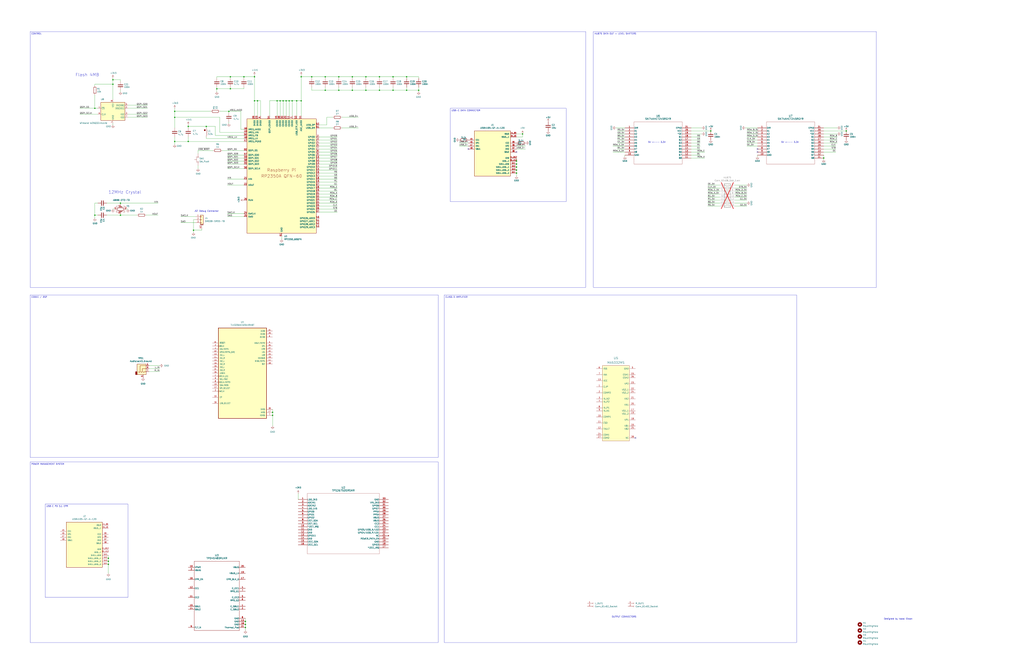
<source format=kicad_sch>
(kicad_sch (version 20250114) (generator "eeschema") (generator_version "9.0")
  (paper "D")
  (circle (center 172.72 109.855) (radius 0.635) (stroke (width 0) (color 132 0 0 1)) (fill (type color) (color 132 0 0 1)))
  (text "JST Debug Connector" (at 163.83 179.07 0) (effects (font (size 1.27 1.27)) (justify left bottom)))
  (text "12MHz Crystal" (at 91.44 163.83 0) (effects (font (size 2.54 2.54)) (justify left bottom)))
  (text "Flash 4MB" (at 63.5 64.77 0) (effects (font (size 2.54 2.54)) (justify left bottom)))
  (text "OUTPUT CONNECTORS" (at 526.288 520.7 0) (effects (font (size 1.27 1.27))))
  (text "5V <--- 3.3V" (at 553.974 120.142 0) (effects (font (size 1.27 1.27))))
  (text "5V <--- 3.3V" (at 666.242 120.142 0) (effects (font (size 1.27 1.27))))
  (text "Designed by Isaac Olson" (at 745.49 522.478 0) (effects (font (size 1.27 1.27)) (justify left)))
  (text "-" (at 610.108 165.354 90) (effects (font (size 1.27 1.27))))
  (text_box "CLASS D AMPLIFIER" (at 374.65 248.92 0) (size 297.18 293.37) (margins 0.9525 0.9525 0.9525 0.9525) (effects (font (size 1.27 1.27)) (justify left top)))
  (text_box "POWER MANAGEMENT SYSTEM" (at 25.4 389.89 0) (size 344.17 152.4) (margins 0.9525 0.9525 0.9525 0.9525) (effects (font (size 1.27 1.27)) (justify left top)))
  (text_box "CONTROL" (at 25.4 26.67 0) (size 468.63 215.9) (margins 0.9525 0.9525 0.9525 0.9525) (effects (font (size 1.27 1.27)) (justify left top)))
  (text_box "HUB75 DATA OUT + LEVEL SHIFTERS" (at 500.38 26.67 0) (size 238.76 215.9) (margins 0.9525 0.9525 0.9525 0.9525) (effects (font (size 1.27 1.27)) (justify left top)))
  (text_box "USB-C DATA CONNECTOR" (at 379.73 91.44 0) (size 97.79 78.74) (margins 0.9525 0.9525 0.9525 0.9525) (effects (font (size 1.27 1.27)) (justify left top)))
  (text_box "CODEC / DSP" (at 25.4 248.92 0) (size 344.17 137.16) (margins 0.9525 0.9525 0.9525 0.9525) (effects (font (size 1.27 1.27)) (justify left top)))
  (text_box "USB C PD 3.1 EPR" (at 38.1 425.45 0) (size 69.85 78.74) (margins 0.9525 0.9525 0.9525 0.9525) (effects (font (size 1.27 1.27)) (justify left top)))
  (junction (at 297.18 76.2))
  (junction (at 285.75 64.77))
  (junction (at 243.84 85.09))
  (junction (at 262.89 64.77))
  (junction (at 250.19 85.09))
  (junction (at 435.61 146.05))
  (junction (at 308.61 64.77))
  (junction (at 217.17 85.09))
  (junction (at 173.99 106.68))
  (junction (at 80.01 181.61))
  (junction (at 285.75 76.2))
  (junction (at 713.74 110.49))
  (junction (at 435.61 143.51))
  (junction (at 435.61 138.43))
  (junction (at 331.47 64.77))
  (junction (at 238.76 85.09))
  (junction (at 147.32 119.38))
  (junction (at 353.06 76.2))
  (junction (at 147.32 99.06))
  (junction (at 599.44 110.49))
  (junction (at 91.44 473.71))
  (junction (at 95.25 71.12))
  (junction (at 207.01 524.51))
  (junction (at 182.88 74.93))
  (junction (at 229.87 347.98))
  (junction (at 163.195 194.31))
  (junction (at 91.44 471.17))
  (junction (at 101.6 171.45))
  (junction (at 236.22 85.09))
  (junction (at 147.32 93.98))
  (junction (at 214.63 64.77))
  (junction (at 205.74 64.77))
  (junction (at 80.01 91.44))
  (junction (at 320.04 76.2))
  (junction (at 194.31 74.93))
  (junction (at 694.69 133.35))
  (junction (at 435.61 135.89))
  (junction (at 158.75 106.68))
  (junction (at 101.6 181.61))
  (junction (at 274.32 76.2))
  (junction (at 308.61 76.2))
  (junction (at 233.68 85.09))
  (junction (at 207.01 527.05))
  (junction (at 91.44 476.25))
  (junction (at 214.63 85.09))
  (junction (at 297.18 64.77))
  (junction (at 229.87 350.52))
  (junction (at 246.38 85.09))
  (junction (at 435.61 140.97))
  (junction (at 207.01 529.59))
  (junction (at 331.47 76.2))
  (junction (at 320.04 64.77))
  (junction (at 158.75 119.38))
  (junction (at 241.3 85.09))
  (junction (at 274.32 64.77))
  (junction (at 193.04 93.98))
  (junction (at 95.25 67.31))
  (junction (at 194.31 64.77))
  (junction (at 440.69 113.03))
  (junction (at 254 64.77))
  (junction (at 342.9 76.2))
  (junction (at 342.9 64.77))
  (junction (at 254 85.09))
  (no_connect (at 435.61 128.27))
  (no_connect (at 638.81 128.27))
  (no_connect (at 535.94 369.57))
  (no_connect (at 394.97 125.73))
  (no_connect (at 638.81 125.73))
  (wire (pts (xy 297.18 64.77) (xy 308.61 64.77)))
  (wire (pts (xy 203.2 93.98) (xy 203.2 109.22)))
  (wire (pts (xy 152.4 182.88) (xy 165.1 182.88)))
  (wire (pts (xy 435.61 123.19) (xy 443.23 123.19)))
  (wire (pts (xy 591.82 113.03) (xy 582.93 113.03)))
  (wire (pts (xy 205.74 142.24) (xy 191.77 142.24)))
  (wire (pts (xy 269.24 171.45) (xy 284.48 171.45)))
  (wire (pts (xy 107.95 96.52) (xy 124.46 96.52)))
  (wire (pts (xy 80.01 181.61) (xy 80.01 184.15)))
  (wire (pts (xy 229.87 345.44) (xy 229.87 347.98)))
  (wire (pts (xy 106.68 176.53) (xy 107.95 176.53)))
  (wire (pts (xy 214.63 64.77) (xy 214.63 85.09)))
  (wire (pts (xy 185.42 111.76) (xy 205.74 111.76)))
  (wire (pts (xy 147.32 93.98) (xy 147.32 99.06)))
  (wire (pts (xy 191.77 130.81) (xy 205.74 130.81)))
  (wire (pts (xy 582.93 118.11) (xy 590.55 118.11)))
  (wire (pts (xy 320.04 73.66) (xy 320.04 76.2)))
  (wire (pts (xy 152.4 187.96) (xy 165.1 187.96)))
  (wire (pts (xy 229.87 350.52) (xy 229.87 359.41)))
  (wire (pts (xy 91.44 468.63) (xy 91.44 471.17)))
  (wire (pts (xy 582.93 110.49) (xy 599.44 110.49)))
  (wire (pts (xy 519.43 107.95) (xy 527.05 107.95)))
  (wire (pts (xy 80.01 80.01) (xy 80.01 91.44)))
  (wire (pts (xy 629.92 110.49) (xy 638.81 110.49)))
  (wire (pts (xy 243.84 97.79) (xy 243.84 85.09)))
  (wire (pts (xy 440.69 113.03) (xy 440.69 115.57)))
  (wire (pts (xy 694.69 118.11) (xy 706.12 118.11)))
  (wire (pts (xy 207.01 521.97) (xy 207.01 524.51)))
  (wire (pts (xy 182.88 66.04) (xy 182.88 64.77)))
  (wire (pts (xy 269.24 130.81) (xy 284.48 130.81)))
  (wire (pts (xy 91.44 476.25) (xy 91.44 483.87)))
  (wire (pts (xy 101.6 180.34) (xy 101.6 181.61)))
  (wire (pts (xy 435.61 135.89) (xy 435.61 138.43)))
  (wire (pts (xy 182.88 73.66) (xy 182.88 74.93)))
  (wire (pts (xy 262.89 66.04) (xy 262.89 64.77)))
  (wire (pts (xy 233.68 97.79) (xy 233.68 85.09)))
  (wire (pts (xy 269.24 173.99) (xy 284.48 173.99)))
  (wire (pts (xy 628.65 107.95) (xy 638.81 107.95)))
  (wire (pts (xy 219.71 85.09) (xy 219.71 97.79)))
  (wire (pts (xy 435.61 133.35) (xy 435.61 135.89)))
  (wire (pts (xy 694.69 120.65) (xy 706.12 120.65)))
  (wire (pts (xy 101.6 68.58) (xy 101.6 67.31)))
  (wire (pts (xy 387.35 123.19) (xy 394.97 123.19)))
  (wire (pts (xy 331.47 64.77) (xy 342.9 64.77)))
  (wire (pts (xy 269.24 105.41) (xy 275.59 105.41)))
  (wire (pts (xy 638.81 132.08) (xy 638.81 130.81)))
  (wire (pts (xy 158.75 105.41) (xy 158.75 106.68)))
  (wire (pts (xy 80.01 72.39) (xy 80.01 71.12)))
  (wire (pts (xy 205.74 74.93) (xy 205.74 73.66)))
  (wire (pts (xy 237.49 199.39) (xy 237.49 201.93)))
  (wire (pts (xy 101.6 76.2) (xy 101.6 77.47)))
  (wire (pts (xy 134.62 308.61) (xy 125.73 308.61)))
  (wire (pts (xy 205.74 180.34) (xy 191.77 180.34)))
  (wire (pts (xy 619.76 163.83) (xy 629.92 163.83)))
  (wire (pts (xy 269.24 125.73) (xy 284.48 125.73)))
  (wire (pts (xy 308.61 76.2) (xy 297.18 76.2)))
  (wire (pts (xy 163.195 185.42) (xy 163.195 194.31)))
  (wire (pts (xy 90.17 181.61) (xy 101.6 181.61)))
  (wire (pts (xy 331.47 73.66) (xy 331.47 76.2)))
  (wire (pts (xy 288.29 107.95) (xy 302.26 107.95)))
  (wire (pts (xy 596.9 158.75) (xy 607.06 158.75)))
  (wire (pts (xy 596.9 173.99) (xy 607.06 173.99)))
  (wire (pts (xy 254 64.77) (xy 254 85.09)))
  (wire (pts (xy 694.69 123.19) (xy 704.85 123.19)))
  (wire (pts (xy 269.24 158.75) (xy 284.48 158.75)))
  (wire (pts (xy 596.9 171.45) (xy 607.06 171.45)))
  (wire (pts (xy 82.55 171.45) (xy 80.01 171.45)))
  (wire (pts (xy 320.04 76.2) (xy 308.61 76.2)))
  (wire (pts (xy 582.93 123.19) (xy 590.55 123.19)))
  (wire (pts (xy 147.32 91.44) (xy 147.32 93.98)))
  (wire (pts (xy 275.59 99.06) (xy 280.67 99.06)))
  (wire (pts (xy 275.59 99.06) (xy 275.59 105.41)))
  (wire (pts (xy 147.32 119.38) (xy 147.32 121.92)))
  (wire (pts (xy 246.38 85.09) (xy 246.38 97.79)))
  (wire (pts (xy 308.61 64.77) (xy 320.04 64.77)))
  (wire (pts (xy 205.74 156.21) (xy 191.77 156.21)))
  (wire (pts (xy 629.92 115.57) (xy 638.81 115.57)))
  (wire (pts (xy 353.06 66.04) (xy 353.06 64.77)))
  (wire (pts (xy 331.47 66.04) (xy 331.47 64.77)))
  (wire (pts (xy 207.01 527.05) (xy 207.01 529.59)))
  (wire (pts (xy 147.32 99.06) (xy 147.32 107.95)))
  (wire (pts (xy 80.01 71.12) (xy 95.25 71.12)))
  (wire (pts (xy 193.04 104.14) (xy 193.04 102.87)))
  (wire (pts (xy 269.24 146.05) (xy 284.48 146.05)))
  (wire (pts (xy 269.24 166.37) (xy 284.48 166.37)))
  (wire (pts (xy 435.61 138.43) (xy 435.61 140.97)))
  (wire (pts (xy 191.77 138.43) (xy 205.74 138.43)))
  (wire (pts (xy 269.24 176.53) (xy 284.48 176.53)))
  (wire (pts (xy 233.68 85.09) (xy 236.22 85.09)))
  (wire (pts (xy 619.76 171.45) (xy 629.92 171.45)))
  (wire (pts (xy 342.9 64.77) (xy 353.06 64.77)))
  (wire (pts (xy 582.93 133.35) (xy 594.36 133.35)))
  (wire (pts (xy 173.99 116.84) (xy 205.74 116.84)))
  (wire (pts (xy 269.24 135.89) (xy 284.48 135.89)))
  (wire (pts (xy 91.44 471.17) (xy 91.44 473.71)))
  (wire (pts (xy 342.9 73.66) (xy 342.9 76.2)))
  (wire (pts (xy 269.24 163.83) (xy 284.48 163.83)))
  (wire (pts (xy 101.6 172.72) (xy 101.6 171.45)))
  (wire (pts (xy 158.75 106.68) (xy 173.99 106.68)))
  (wire (pts (xy 694.69 128.27) (xy 704.85 128.27)))
  (wire (pts (xy 285.75 76.2) (xy 274.32 76.2)))
  (wire (pts (xy 262.89 73.66) (xy 262.89 76.2)))
  (wire (pts (xy 165.1 185.42) (xy 163.195 185.42)))
  (wire (pts (xy 435.61 140.97) (xy 435.61 143.51)))
  (wire (pts (xy 694.69 107.95) (xy 706.12 107.95)))
  (wire (pts (xy 205.74 64.77) (xy 214.63 64.77)))
  (wire (pts (xy 435.61 115.57) (xy 440.69 115.57)))
  (wire (pts (xy 435.61 146.05) (xy 435.61 148.59)))
  (wire (pts (xy 91.44 473.71) (xy 91.44 476.25)))
  (wire (pts (xy 274.32 64.77) (xy 285.75 64.77)))
  (wire (pts (xy 250.19 85.09) (xy 254 85.09)))
  (wire (pts (xy 125.73 311.15) (xy 134.62 311.15)))
  (wire (pts (xy 269.24 123.19) (xy 284.48 123.19)))
  (wire (pts (xy 217.17 97.79) (xy 217.17 85.09)))
  (wire (pts (xy 80.01 91.44) (xy 82.55 91.44)))
  (wire (pts (xy 101.6 181.61) (xy 115.57 181.61)))
  (wire (pts (xy 440.69 113.03) (xy 435.61 113.03)))
  (wire (pts (xy 123.19 181.61) (xy 133.35 181.61)))
  (wire (pts (xy 241.3 85.09) (xy 243.84 85.09)))
  (wire (pts (xy 582.93 130.81) (xy 590.55 130.81)))
  (wire (pts (xy 194.31 74.93) (xy 205.74 74.93)))
  (wire (pts (xy 269.24 138.43) (xy 284.48 138.43)))
  (wire (pts (xy 254 64.77) (xy 262.89 64.77)))
  (wire (pts (xy 269.24 115.57) (xy 284.48 115.57)))
  (wire (pts (xy 342.9 76.2) (xy 353.06 76.2)))
  (wire (pts (xy 163.195 194.31) (xy 170.18 194.31)))
  (wire (pts (xy 185.42 93.98) (xy 193.04 93.98)))
  (wire (pts (xy 516.89 123.19) (xy 527.05 123.19)))
  (wire (pts (xy 182.88 74.93) (xy 182.88 77.47)))
  (wire (pts (xy 170.18 193.04) (xy 170.18 194.31)))
  (wire (pts (xy 297.18 76.2) (xy 285.75 76.2)))
  (wire (pts (xy 90.17 171.45) (xy 101.6 171.45)))
  (wire (pts (xy 582.93 115.57) (xy 590.55 115.57)))
  (wire (pts (xy 297.18 66.04) (xy 297.18 64.77)))
  (wire (pts (xy 582.93 125.73) (xy 590.55 125.73)))
  (wire (pts (xy 596.9 166.37) (xy 607.06 166.37)))
  (wire (pts (xy 173.99 116.84) (xy 173.99 115.57)))
  (wire (pts (xy 194.31 66.04) (xy 194.31 64.77)))
  (wire (pts (xy 269.24 156.21) (xy 284.48 156.21)))
  (wire (pts (xy 163.195 194.31) (xy 163.195 196.215)))
  (wire (pts (xy 217.17 85.09) (xy 214.63 85.09)))
  (wire (pts (xy 181.61 106.68) (xy 173.99 106.68)))
  (wire (pts (xy 619.76 156.21) (xy 629.92 156.21)))
  (wire (pts (xy 194.31 73.66) (xy 194.31 74.93)))
  (wire (pts (xy 387.35 120.65) (xy 394.97 120.65)))
  (wire (pts (xy 629.92 120.65) (xy 638.81 120.65)))
  (wire (pts (xy 629.92 118.11) (xy 638.81 118.11)))
  (wire (pts (xy 269.24 107.95) (xy 280.67 107.95)))
  (wire (pts (xy 269.24 153.67) (xy 284.48 153.67)))
  (wire (pts (xy 254 63.5) (xy 254 64.77)))
  (wire (pts (xy 342.9 66.04) (xy 342.9 64.77)))
  (wire (pts (xy 238.76 85.09) (xy 241.3 85.09)))
  (wire (pts (xy 95.25 66.04) (xy 95.25 67.31)))
  (wire (pts (xy 80.01 171.45) (xy 80.01 181.61)))
  (wire (pts (xy 147.32 99.06) (xy 185.42 99.06)))
  (wire (pts (xy 288.29 99.06) (xy 302.26 99.06)))
  (wire (pts (xy 236.22 97.79) (xy 236.22 85.09)))
  (wire (pts (xy 694.69 125.73) (xy 704.85 125.73)))
  (wire (pts (xy 269.24 151.13) (xy 284.48 151.13)))
  (wire (pts (xy 246.38 85.09) (xy 250.19 85.09)))
  (wire (pts (xy 285.75 66.04) (xy 285.75 64.77)))
  (wire (pts (xy 269.24 118.11) (xy 284.48 118.11)))
  (wire (pts (xy 158.75 107.95) (xy 158.75 106.68)))
  (wire (pts (xy 274.32 66.04) (xy 274.32 64.77)))
  (wire (pts (xy 167.005 139.7) (xy 167.005 142.24)))
  (wire (pts (xy 520.7 110.49) (xy 527.05 110.49)))
  (wire (pts (xy 251.46 421.64) (xy 251.46 416.56)))
  (wire (pts (xy 694.69 134.62) (xy 694.69 133.35)))
  (wire (pts (xy 193.04 93.98) (xy 193.04 95.25)))
  (wire (pts (xy 285.75 64.77) (xy 297.18 64.77)))
  (wire (pts (xy 229.87 347.98) (xy 229.87 350.52)))
  (wire (pts (xy 629.92 123.19) (xy 638.81 123.19)))
  (wire (pts (xy 205.74 127) (xy 187.325 127)))
  (wire (pts (xy 331.47 76.2) (xy 342.9 76.2)))
  (wire (pts (xy 269.24 143.51) (xy 284.48 143.51)))
  (wire (pts (xy 269.24 128.27) (xy 284.48 128.27)))
  (wire (pts (xy 274.32 76.2) (xy 262.89 76.2)))
  (wire (pts (xy 185.42 99.06) (xy 185.42 111.76)))
  (wire (pts (xy 107.95 91.44) (xy 124.46 91.44)))
  (wire (pts (xy 308.61 66.04) (xy 308.61 64.77)))
  (wire (pts (xy 254 85.09) (xy 254 97.79)))
  (wire (pts (xy 269.24 179.07) (xy 284.48 179.07)))
  (wire (pts (xy 95.25 104.14) (xy 95.25 105.41)))
  (wire (pts (xy 582.93 128.27) (xy 594.36 128.27)))
  (wire (pts (xy 320.04 66.04) (xy 320.04 64.77)))
  (wire (pts (xy 147.32 115.57) (xy 147.32 119.38)))
  (wire (pts (xy 262.89 64.77) (xy 274.32 64.77)))
  (wire (pts (xy 158.75 119.38) (xy 205.74 119.38)))
  (wire (pts (xy 269.24 120.65) (xy 284.48 120.65)))
  (wire (pts (xy 214.63 63.5) (xy 214.63 64.77)))
  (wire (pts (xy 95.25 67.31) (xy 95.25 71.12)))
  (wire (pts (xy 238.76 97.79) (xy 238.76 85.09)))
  (wire (pts (xy 191.77 133.35) (xy 205.74 133.35)))
  (wire (pts (xy 101.6 67.31) (xy 95.25 67.31)))
  (wire (pts (xy 269.24 168.91) (xy 284.48 168.91)))
  (wire (pts (xy 101.6 171.45) (xy 133.35 171.45)))
  (wire (pts (xy 527.05 132.08) (xy 527.05 130.81)))
  (wire (pts (xy 205.74 66.04) (xy 205.74 64.77)))
  (wire (pts (xy 269.24 133.35) (xy 284.48 133.35)))
  (wire (pts (xy 591.82 107.95) (xy 582.93 107.95)))
  (wire (pts (xy 520.7 118.11) (xy 527.05 118.11)))
  (wire (pts (xy 596.9 168.91) (xy 607.06 168.91)))
  (wire (pts (xy 619.76 173.99) (xy 629.92 173.99)))
  (wire (pts (xy 308.61 73.66) (xy 308.61 76.2)))
  (wire (pts (xy 125.73 313.69) (xy 134.62 313.69)))
  (wire (pts (xy 353.06 73.66) (xy 353.06 76.2)))
  (wire (pts (xy 694.69 113.03) (xy 706.12 113.03)))
  (wire (pts (xy 67.31 96.52) (xy 82.55 96.52)))
  (wire (pts (xy 193.04 93.98) (xy 203.2 93.98)))
  (wire (pts (xy 320.04 76.2) (xy 331.47 76.2)))
  (wire (pts (xy 520.7 113.03) (xy 527.05 113.03)))
  (wire (pts (xy 205.74 114.3) (xy 181.61 114.3)))
  (wire (pts (xy 82.55 181.61) (xy 80.01 181.61)))
  (wire (pts (xy 250.19 97.79) (xy 250.19 85.09)))
  (wire (pts (xy 241.3 97.79) (xy 241.3 85.09)))
  (wire (pts (xy 214.63 85.09) (xy 214.63 97.79)))
  (wire (pts (xy 167.005 127) (xy 167.005 129.54)))
  (wire (pts (xy 203.2 109.22) (xy 205.74 109.22)))
  (wire (pts (xy 596.9 156.21) (xy 607.06 156.21)))
  (wire (pts (xy 147.32 119.38) (xy 158.75 119.38)))
  (wire (pts (xy 179.705 127) (xy 167.005 127)))
  (wire (pts (xy 207.01 529.59) (xy 207.01 532.13)))
  (wire (pts (xy 227.33 97.79) (xy 227.33 85.09)))
  (wire (pts (xy 619.76 166.37) (xy 629.92 166.37)))
  (wire (pts (xy 443.23 125.73) (xy 435.61 125.73)))
  (wire (pts (xy 435.61 143.51) (xy 435.61 146.05)))
  (wire (pts (xy 243.84 85.09) (xy 246.38 85.09)))
  (wire (pts (xy 182.88 64.77) (xy 194.31 64.77)))
  (wire (pts (xy 596.9 161.29) (xy 607.06 161.29)))
  (wire (pts (xy 520.7 115.57) (xy 527.05 115.57)))
  (wire (pts (xy 596.9 163.83) (xy 607.06 163.83)))
  (wire (pts (xy 95.25 176.53) (xy 96.52 176.53)))
  (wire (pts (xy 520.7 125.73) (xy 527.05 125.73)))
  (wire (pts (xy 158.75 115.57) (xy 158.75 119.38)))
  (wire (pts (xy 353.06 76.2) (xy 353.06 77.47)))
  (wire (pts (xy 285.75 73.66) (xy 285.75 76.2)))
  (wire (pts (xy 274.32 73.66) (xy 274.32 76.2)))
  (wire (pts (xy 516.89 128.27) (xy 527.05 128.27)))
  (wire (pts (xy 269.24 161.29) (xy 284.48 161.29)))
  (wire (pts (xy 227.33 85.09) (xy 233.68 85.09)))
  (wire (pts (xy 694.69 130.81) (xy 694.69 133.35)))
  (wire (pts (xy 205.74 182.88) (xy 191.77 182.88)))
  (wire (pts (xy 173.99 106.68) (xy 173.99 107.95)))
  (wire (pts (xy 694.69 110.49) (xy 713.74 110.49)))
  (wire (pts (xy 236.22 85.09) (xy 238.76 85.09)))
  (wire (pts (xy 181.61 114.3) (xy 181.61 106.68)))
  (wire (pts (xy 320.04 64.77) (xy 331.47 64.77)))
  (wire (pts (xy 619.76 158.75) (xy 629.92 158.75)))
  (wire (pts (xy 694.69 115.57) (xy 706.12 115.57)))
  (wire (pts (xy 95.25 71.12) (xy 95.25 83.82)))
  (wire (pts (xy 194.31 64.77) (xy 205.74 64.77)))
  (wire (pts (xy 207.01 524.51) (xy 207.01 527.05)))
  (wire (pts (xy 191.77 135.89) (xy 205.74 135.89)))
  (wire (pts (xy 297.18 73.66) (xy 297.18 76.2)))
  (wire (pts (xy 147.32 93.98) (xy 177.8 93.98)))
  (wire (pts (xy 217.17 85.09) (xy 219.71 85.09)))
  (wire (pts (xy 107.95 88.9) (xy 124.46 88.9)))
  (wire (pts (xy 191.77 151.13) (xy 205.74 151.13)))
  (wire (pts (xy 520.7 120.65) (xy 527.05 120.65)))
  (wire (pts (xy 629.92 113.03) (xy 638.81 113.03)))
  (wire (pts (xy 582.93 120.65) (xy 590.55 120.65)))
  (wire (pts (xy 269.24 148.59) (xy 284.48 148.59)))
  (wire (pts (xy 269.24 140.97) (xy 284.48 140.97)))
  (wire (pts (xy 619.76 168.91) (xy 629.92 168.91)))
  (wire (pts (xy 107.95 99.06) (xy 124.46 99.06)))
  (wire (pts (xy 619.76 161.29) (xy 629.92 161.29)))
  (wire (pts (xy 182.88 74.93) (xy 194.31 74.93)))
  (wire (pts (xy 67.31 91.44) (xy 80.01 91.44)))
  (label "ROW_D" (at 284.48 171.45 180))
  (label "B1" (at 284.48 161.29 180))
  (label "G0" (at 284.48 148.59 180))
  (label "SWD" (at 191.77 182.88 0))
  (label "B0_5V" (at 520.7 115.57 0))
  (label "XIN" (at 191.77 151.13 0))
  (label "GPIO8" (at 284.48 135.89 180))
  (label "CLK" (at 704.85 123.19 180))
  (label "ROW_C_5V" (at 629.92 113.03 0))
  (label "XIN" (at 133.35 171.45 180))
  (label "CLK_5V" (at 596.9 158.75 0))
  (label "ROW_A" (at 284.48 163.83 180))
  (label "CLK" (at 284.48 173.99 180))
  (label "USB_D-" (at 443.23 125.73 180))
  (label "R0_5V" (at 596.9 173.99 0))
  (label "SWD" (at 152.4 187.96 0))
  (label "USB_D+" (at 443.23 123.19 180))
  (label "GPIO11" (at 284.48 143.51 180))
  (label "USB_D+" (at 387.35 120.65 0))
  (label "R_IN" (at 134.62 313.69 180))
  (label "B0_5V" (at 596.9 171.45 0))
  (label "CLK_5V" (at 629.92 118.11 0))
  (label "QSPI_SD3" (at 124.46 99.06 180))
  (label "ROW_C" (at 284.3489 168.91 180))
  (label "GPIO7" (at 284.48 133.35 180))
  (label "QSPI_SD2" (at 191.77 135.89 0))
  (label "G1_5V" (at 629.92 168.91 180))
  (label "G1" (at 284.48 156.21 180))
  (label "G0_5V" (at 629.92 173.99 180))
  (label "USB_D-" (at 387.35 123.19 0))
  (label "ROW_B" (at 706.12 115.57 180))
  (label "GPIO3" (at 284.48 123.19 180))
  (label "ROW_A_5V" (at 516.89 128.27 0))
  (label "GPIO2" (at 284.48 120.65 180))
  (label "R1_5V" (at 596.9 168.91 0))
  (label "QSPI_SD1" (at 124.46 91.44 180))
  (label "R1_5V" (at 520.7 118.11 0))
  (label "ROW_E" (at 284.48 158.75 180))
  (label "GPIO1" (at 284.48 118.11 180))
  (label "L_IN" (at 134.62 311.15 180))
  (label "B0" (at 284.48 151.13 180))
  (label "ROW_B_5V" (at 629.92 110.49 0))
  (label "QSPI_SCLK" (at 67.31 96.52 0))
  (label "GPIO0" (at 284.48 115.57 180))
  (label "OE" (at 704.85 128.27 180))
  (label "OE" (at 284.48 179.07 180))
  (label "XOUT" (at 191.77 156.21 0))
  (label "G1_5V" (at 520.7 120.65 0))
  (label "ROW_D_5V" (at 629.92 115.57 0))
  (label "VREG_LX" (at 191.77 116.84 0))
  (label "SWCLK" (at 152.4 182.88 0))
  (label "GPIO10" (at 284.48 140.97 180))
  (label "STB_5V" (at 629.92 120.65 0))
  (label "STB" (at 284.48 176.53 180))
  (label "STB" (at 704.85 125.73 180))
  (label "QSPI_SD3" (at 191.77 138.43 0))
  (label "ROW_D_5V" (at 629.92 161.29 180))
  (label "USB_D-" (at 302.26 107.95 180))
  (label "R1" (at 284.48 153.67 180))
  (label "SWCLK" (at 191.77 180.34 0))
  (label "GPIO6" (at 284.48 130.81 180))
  (label "ROW_A_5V" (at 596.9 163.83 0))
  (label "R1" (at 590.55 123.19 180))
  (label "G1" (at 590.55 125.73 180))
  (label "XOUT" (at 133.35 181.61 180))
  (label "G0_5V" (at 520.7 113.03 0))
  (label "GPIO5" (at 284.48 128.27 180))
  (label "ROW_B" (at 284.48 166.37 180))
  (label "VREG_AVDD" (at 193.675 93.98 0))
  (label "QSPI_SD0" (at 191.77 130.81 0))
  (label "G0" (at 590.55 118.11 180))
  (label "ROW_E_5V" (at 516.89 123.19 0))
  (label "QSPI_SD1" (at 191.77 133.35 0))
  (label "QSPI_SD0" (at 124.46 88.9 180))
  (label "QSPI_SCLK" (at 191.77 142.24 0))
  (label "B1_5V" (at 596.9 166.37 0))
  (label "OE_5V" (at 629.92 123.19 0))
  (label "ROW_D" (at 706.12 120.65 180))
  (label "ROW_C_5V" (at 596.9 161.29 0))
  (label "ROW_E" (at 594.36 128.27 180))
  (label "ROW_A" (at 594.36 133.35 180))
  (label "R0_5V" (at 520.7 110.49 0))
  (label "QSPI_SS" (at 67.31 91.44 0))
  (label "ROW_C" (at 706.12 118.11 180))
  (label "B1_5V" (at 520.7 125.73 0))
  (label "QSPI_SD2" (at 124.46 96.52 180))
  (label "~{USB_BOOT}" (at 167.005 127 0))
  (label "B1" (at 590.55 130.81 180))
  (label "R0" (at 590.55 115.57 180))
  (label "R0" (at 284.48 146.05 180))
  (label "OE_5V" (at 596.9 156.21 0))
  (label "GPIO9" (at 284.48 138.43 180))
  (label "QSPI_SS" (at 191.77 127 0))
  (label "ROW_B_5V" (at 629.92 163.83 180))
  (label "USB_D+" (at 302.26 99.06 180))
  (label "STB_5V" (at 629.92 158.75 180))
  (label "GPIO4" (at 284.48 125.73 180))
  (label "B0" (at 590.55 120.65 180))
  (label "ROW_E_5V" (at 629.92 166.37 180))
  (symbol (lib_id "Device:R") (at 80.01 76.2 0) (unit 1)
    (property "Reference" "R1" (at 81.788 75.0316 0) (effects (justify left)))
    (property "Value" "10k" (at 81.788 77.343 0) (effects (justify left)))
    (property "Footprint" "Resistor_SMD:R_0402_1005Metric" (effects (hide yes)))
  )
  (symbol (lib_id "power:GND") (at 237.49 201.93 0) (unit 1)
    (property "Reference" "#PWR021" (effects (hide yes)))
    (property "Value" "GND" (at 237.617 206.3242 0))
  )
  (symbol (lib_id "Device:R") (at 284.48 99.06 270) (unit 1)
    (property "Reference" "R7" (at 284.48 93.8022 90))
    (property "Value" "27" (at 284.48 96.1136 90))
    (property "Footprint" "Resistor_SMD:R_0402_1005Metric" (effects (hide yes)))
  )
  (symbol (lib_id "Device:R") (at 284.48 107.95 270) (unit 1)
    (property "Reference" "R8" (at 284.48 102.6922 90))
    (property "Value" "27" (at 284.48 105.0036 90))
    (property "Footprint" "Resistor_SMD:R_0402_1005Metric" (effects (hide yes)))
  )
  (symbol (lib_id "power:+3V3") (at 254 63.5 0) (unit 1)
    (property "Reference" "#PWR022" (effects (hide yes)))
    (property "Value" "+3V3" (at 254.381 59.1058 0))
  )
  (symbol (lib_id "Device:C") (at 262.89 69.85 0) (unit 1)
    (property "Reference" "C12" (at 265.811 68.6816 0) (effects (justify left)))
    (property "Value" "100n" (at 265.811 70.993 0) (effects (justify left)))
    (property "Footprint" "Capacitor_SMD:C_0402_1005Metric" (effects (hide yes)))
  )
  (symbol (lib_id "Device:C") (at 274.32 69.85 0) (unit 1)
    (property "Reference" "C13" (at 277.241 68.6816 0) (effects (justify left)))
    (property "Value" "100n" (at 277.241 70.993 0) (effects (justify left)))
    (property "Footprint" "Capacitor_SMD:C_0402_1005Metric" (effects (hide yes)))
  )
  (symbol (lib_id "Device:C") (at 285.75 69.85 0) (unit 1)
    (property "Reference" "C14" (at 288.671 68.6816 0) (effects (justify left)))
    (property "Value" "100n" (at 288.671 70.993 0) (effects (justify left)))
    (property "Footprint" "Capacitor_SMD:C_0402_1005Metric" (effects (hide yes)))
  )
  (symbol (lib_id "Device:C") (at 297.18 69.85 0) (unit 1)
    (property "Reference" "C15" (at 300.101 68.6816 0) (effects (justify left)))
    (property "Value" "100n" (at 300.101 70.993 0) (effects (justify left)))
    (property "Footprint" "Capacitor_SMD:C_0402_1005Metric" (effects (hide yes)))
  )
  (symbol (lib_id "Device:C") (at 308.61 69.85 0) (unit 1)
    (property "Reference" "C16" (at 311.531 68.6816 0) (effects (justify left)))
    (property "Value" "100n" (at 311.531 70.993 0) (effects (justify left)))
    (property "Footprint" "Capacitor_SMD:C_0402_1005Metric" (effects (hide yes)))
  )
  (symbol (lib_id "Device:C") (at 320.04 69.85 0) (unit 1)
    (property "Reference" "C17" (at 322.961 68.6816 0) (effects (justify left)))
    (property "Value" "100n" (at 322.961 70.993 0) (effects (justify left)))
    (property "Footprint" "Capacitor_SMD:C_0402_1005Metric" (effects (hide yes)))
  )
  (symbol (lib_id "power:+5V") (at 440.69 113.03 0) (unit 1)
    (property "Reference" "#PWR01" (effects (hide yes)))
    (property "Value" "+5V" (at 440.69 107.95 0))
    (property "Description" "Power symbol creates a global label with name \"+5V\"" (effects (hide yes)))
  )
  (symbol (lib_id "power:+3V3") (at 147.32 91.44 0) (unit 1)
    (property "Reference" "#PWR013" (effects (hide yes)))
    (property "Value" "+3V3" (at 147.701 87.0458 0))
  )
  (symbol (lib_id "Device:C") (at 205.74 69.85 0) (unit 1)
    (property "Reference" "C11" (at 208.661 68.6816 0) (effects (justify left)))
    (property "Value" "100n" (at 208.661 70.993 0) (effects (justify left)))
    (property "Footprint" "Capacitor_SMD:C_0402_1005Metric" (effects (hide yes)))
  )
  (symbol (lib_id "power:GND") (at 120.65 318.77 0) (unit 1)
    (property "Reference" "#PWR08" (effects (hide yes)))
    (property "Value" "GND" (at 120.65 323.85 0))
    (property "Description" "Power symbol creates a global label with name \"GND\" , ground" (effects (hide yes)))
  )
  (symbol (lib_name "GND_29") (lib_id "power:GND") (at 435.61 148.59 0) (unit 1)
    (property "Reference" "#PWR011" (effects (hide yes)))
    (property "Value" "GND" (at 435.61 152.4 0))
  )
  (symbol (lib_id "power:+5V") (at 713.74 110.49 0) (unit 1)
    (property "Reference" "#PWR030" (effects (hide yes)))
    (property "Value" "+5V" (at 713.74 106.68 0))
    (property "Description" "Power symbol creates a global label with name \"+5V\"" (effects (hide yes)))
  )
  (symbol (lib_id "power:GND") (at 167.005 142.24 0) (unit 1)
    (property "Reference" "#PWR017" (effects (hide yes)))
    (property "Value" "GND" (at 167.132 146.6342 0))
  )
  (symbol (lib_id "power:GND") (at 193.04 104.14 0) (unit 1)
    (property "Reference" "#PWR019" (effects (hide yes)))
    (property "Value" "GND" (at 189.23 105.41 0))
  )
  (symbol (lib_id "MCU_RaspberryPi_RP2350:RP2350_60QFN") (at 237.49 148.59 0) (unit 1)
    (property "Reference" "U1" (at 239.6841 199.39 0) (effects (justify left)))
    (property "Value" "RP2350_60QFN" (at 239.6841 201.93 0) (effects (justify left)))
    (property "Footprint" "RP2350_60QFN_minimal:RP2350-QFN-60-1EP_7x7_P0.4mm_EP3.4x3.4mm_ThermalVias" (effects (hide yes)))
  )
  (symbol (lib_id "Device:C") (at 331.47 69.85 0) (unit 1)
    (property "Reference" "C18" (at 334.391 68.6816 0) (effects (justify left)))
    (property "Value" "100n" (at 334.391 70.993 0) (effects (justify left)))
    (property "Footprint" "Capacitor_SMD:C_0402_1005Metric" (effects (hide yes)))
  )
  (symbol (lib_name "GND_1") (lib_id "power:GND") (at 706.12 107.95 90) (unit 1)
    (property "Reference" "#PWR039" (effects (hide yes)))
    (property "Value" "GND" (at 709.93 107.95 0))
  )
  (symbol (lib_name "GND_29") (lib_id "power:GND") (at 387.35 118.11 270) (unit 1)
    (property "Reference" "#PWR025" (effects (hide yes)))
    (property "Value" "GND" (at 383.54 118.11 0))
  )
  (symbol (lib_name "GND_1") (lib_id "power:GND") (at 638.81 132.08 0) (unit 1)
    (property "Reference" "#PWR033" (effects (hide yes)))
    (property "Value" "GND" (at 638.81 135.89 0))
  )
  (symbol (lib_id "Device:R") (at 183.515 127 270) (unit 1)
    (property "Reference" "R6" (at 183.515 121.7422 90))
    (property "Value" "1k" (at 183.515 124.0536 90))
    (property "Footprint" "Resistor_SMD:R_0402_1005Metric" (effects (hide yes)))
  )
  (symbol (lib_id "TLV320AIC3254IRHBT:TLV320AIC3254IRHBT") (at 204.47 314.96 0) (unit 1)
    (property "Reference" "U4" (at 204.47 271.78 0))
    (property "Value" "TLV320AIC3254IRHBT" (at 204.47 274.32 0))
    (property "Footprint" "TLV320AIC3254IRHBT:IC_ADS125H01IRHBT" (effects (hide yes)))
  )
  (symbol (lib_id "power:GND") (at 134.62 308.61 90) (unit 1)
    (property "Reference" "#PWR043" (effects (hide yes)))
    (property "Value" "GND" (at 138.43 308.6099 90) (effects (justify right)))
    (property "Description" "Power symbol creates a global label with name \"GND\" , ground" (effects (hide yes)))
  )
  (symbol (lib_name "GND_1") (lib_id "power:GND") (at 519.43 107.95 270) (unit 1)
    (property "Reference" "#PWR036" (effects (hide yes)))
    (property "Value" "GND" (at 515.62 107.95 0))
  )
  (symbol (lib_id "Device:R") (at 181.61 93.98 90) (unit 1)
    (property "Reference" "R5" (at 180.4416 92.202 0) (effects (justify left)))
    (property "Value" "33" (at 182.753 92.202 0) (effects (justify left)))
    (property "Footprint" "Resistor_SMD:R_0402_1005Metric" (effects (hide yes)))
  )
  (symbol (lib_name "+3V3_1") (lib_id "power:+3V3") (at 251.46 416.56 0) (unit 1)
    (property "Reference" "#PWR016" (effects (hide yes)))
    (property "Value" "+3V3" (at 251.46 411.48 0))
    (property "Description" "Power symbol creates a global label with name \"+3V3\"" (effects (hide yes)))
  )
  (symbol (lib_id "Device:C") (at 147.32 111.76 0) (unit 1)
    (property "Reference" "C6" (at 150.241 110.9253 0) (effects (justify left)))
    (property "Value" "4.7u" (at 150.241 113.4622 0) (effects (justify left)))
    (property "Footprint" "RP2350_60QFN_minimal:C_0402_1005Metric_small_pads" (effects (hide yes)))
  )
  (symbol (lib_id "Connector_Audio:AudioJack3_Ground") (at 120.65 311.15 0) (unit 1)
    (property "Reference" "TRS1" (at 118.745 302.26 0))
    (property "Value" "AudioJack3_Ground" (at 118.745 304.8 0))
    (property "Footprint" "Connector_Audio:Jack_3.5mm_PJ320D_Horizontal" (effects (hide yes)))
    (property "Description" "Audio Jack, 3 Poles (Stereo / TRS), Grounded Sleeve" (effects (hide yes)))
  )
  (symbol (lib_id "power:GND") (at 107.95 176.53 0) (unit 1)
    (property "Reference" "#PWR012" (effects (hide yes)))
    (property "Value" "GND" (at 111.76 177.8 0))
  )
  (symbol (lib_id "power:GND") (at 163.195 196.215 0) (mirror y) (unit 1)
    (property "Reference" "#PWR031" (effects (hide yes)))
    (property "Value" "GND" (at 163.068 200.6092 0))
  )
  (symbol (lib_id "Device:C") (at 599.44 114.3 0) (unit 1)
    (property "Reference" "C1" (at 602.361 113.1316 0) (effects (justify left)))
    (property "Value" "100n" (at 602.361 115.443 0) (effects (justify left)))
    (property "Footprint" "Capacitor_SMD:C_0402_1005Metric" (effects (hide yes)))
  )
  (symbol (lib_name "GND_1") (lib_id "power:GND") (at 694.69 134.62 0) (unit 1)
    (property "Reference" "#PWR041" (effects (hide yes)))
    (property "Value" "GND" (at 694.69 138.43 0))
  )
  (symbol (lib_id "Mechanical:MountingHole") (at 725.17 527.05 0) (unit 1) (in_bom no)
    (property "Reference" "H1" (at 727.71 525.7799 0) (effects (justify left)))
    (property "Value" "MountingHole" (at 727.71 528.3199 0) (effects (justify left)))
    (property "Footprint" "MountingHole:MountingHole_2.1mm" (effects (hide yes)))
    (property "Description" "Mounting Hole without connection" (effects (hide yes)))
  )
  (symbol (lib_id "power:GND") (at 95.25 105.41 0) (unit 1)
    (property "Reference" "#PWR044" (effects (hide yes)))
    (property "Value" "GND" (at 91.44 106.68 0))
  )
  (symbol (lib_name "GND_1") (lib_id "power:GND") (at 629.92 171.45 90) (unit 1)
    (property "Reference" "#PWR035" (effects (hide yes)))
    (property "Value" "GND" (at 633.73 171.45 0))
  )
  (symbol (lib_id "power:GND") (at 207.01 532.13 0) (unit 1)
    (property "Reference" "#PWR026" (effects (hide yes)))
    (property "Value" "GND" (at 207.01 537.21 0))
    (property "Description" "Power symbol creates a global label with name \"GND\" , ground" (effects (hide yes)))
  )
  (symbol (lib_id "power:GND") (at 182.88 77.47 0) (unit 1)
    (property "Reference" "#PWR018" (effects (hide yes)))
    (property "Value" "GND" (at 183.007 81.8642 0))
  )
  (symbol (lib_id "Device:C") (at 86.36 181.61 270) (unit 1)
    (property "Reference" "C4" (at 87.5284 184.531 0) (effects (justify left)))
    (property "Value" "15p" (at 85.217 184.531 0) (effects (justify left)))
    (property "Footprint" "Capacitor_SMD:C_0402_1005Metric" (effects (hide yes)))
  )
  (symbol (lib_id "Connector:Conn_01x02_Socket") (at 534.67 509.27 0) (unit 1)
    (property "Reference" "R_OUT1" (at 535.94 509.2699 0) (effects (justify left)))
    (property "Value" "Conn_01x02_Socket" (at 535.94 511.8099 0) (effects (justify left)))
    (property "Footprint" "Connector_AMASS:AMASS_XT30U-F_1x02_P5.0mm_Vertical" (effects (hide yes)))
    (property "Description" "Generic connector, single row, 01x02, script generated" (effects (hide yes)))
  )
  (symbol (lib_id "Device:C") (at 101.6 72.39 0) (unit 1)
    (property "Reference" "C21" (at 104.521 71.2216 0) (effects (justify left)))
    (property "Value" "100n" (at 104.521 73.533 0) (effects (justify left)))
    (property "Footprint" "Capacitor_SMD:C_0402_1005Metric" (effects (hide yes)))
  )
  (symbol (lib_id "Device:C") (at 158.75 111.76 0) (unit 1)
    (property "Reference" "C7" (at 162.56 110.49 0) (effects (justify left)))
    (property "Value" "4.7u" (at 162.56 113.03 0) (effects (justify left)))
    (property "Footprint" "RP2350_60QFN_minimal:C_0402_1005Metric_small_pads" (effects (hide yes)))
  )
  (symbol (lib_name "GND_1") (lib_id "power:GND") (at 591.82 107.95 90) (unit 1)
    (property "Reference" "#PWR040" (effects (hide yes)))
    (property "Value" "GND" (at 595.63 107.95 0))
  )
  (symbol (lib_id "Device:C") (at 193.04 99.06 0) (unit 1)
    (property "Reference" "C9" (at 196.85 97.79 0) (effects (justify left)))
    (property "Value" "4.7u" (at 196.85 100.33 0) (effects (justify left)))
    (property "Footprint" "Capacitor_SMD:C_0402_1005Metric" (effects (hide yes)))
  )
  (symbol (lib_id "Connector:Conn_01x02_Socket") (at 500.38 509.27 0) (unit 1)
    (property "Reference" "L_OUT1" (at 501.65 509.2699 0) (effects (justify left)))
    (property "Value" "Conn_01x02_Socket" (at 501.65 511.8099 0) (effects (justify left)))
    (property "Footprint" "Connector_AMASS:AMASS_XT30U-F_1x02_P5.0mm_Vertical" (effects (hide yes)))
    (property "Description" "Generic connector, single row, 01x02, script generated" (effects (hide yes)))
  )
  (symbol (lib_id "power:+3V3") (at 205.74 168.91 90) (unit 1)
    (property "Reference" "#PWR027" (effects (hide yes)))
    (property "Value" "+3V3" (at 201.3458 168.529 0))
  )
  (symbol (lib_id "power:GND") (at 80.01 184.15 0) (unit 1)
    (property "Reference" "#PWR04" (effects (hide yes)))
    (property "Value" "GND" (at 80.137 188.5442 0))
  )
  (symbol (lib_id "USB4105-GF-A-120:USB4105-GF-A-120") (at 415.29 123.19 0) (unit 1)
    (property "Reference" "J1" (at 415.29 105.41 0))
    (property "Value" "USB4105-GF-A-120" (at 415.29 107.95 0))
    (property "Footprint" "USB4105_GF_A_120:GCT_USB4105-GF-A-120" (effects (hide yes)))
    (property "PARTREV" "B3" (effects (hide yes)))
    (property "MANUFACTURER" "Global Connector Technology" (effects (hide yes)))
    (property "MAXIMUM_PACKAGE_HEIGHT" "3.31mm" (effects (hide yes)))
    (property "STANDARD" "Manufacturer Recommendations" (effects (hide yes)))
  )
  (symbol (lib_id "Mechanical:MountingHole") (at 725.17 542.29 0) (unit 1) (in_bom no)
    (property "Reference" "H4" (at 727.71 541.0199 0) (effects (justify left)))
    (property "Value" "MountingHole" (at 727.71 543.5599 0) (effects (justify left)))
    (property "Footprint" "MountingHole:MountingHole_2.1mm" (effects (hide yes)))
    (property "Description" "Mounting Hole without connection" (effects (hide yes)))
  )
  (symbol (lib_id "power:+1V1") (at 214.63 63.5 0) (unit 1)
    (property "Reference" "#PWR020" (effects (hide yes)))
    (property "Value" "+1V1" (at 215.011 59.1058 0))
  )
  (symbol (lib_id "power:GND") (at 229.87 359.41 0) (unit 1)
    (property "Reference" "#PWR010" (effects (hide yes)))
    (property "Value" "GND" (at 229.87 364.49 0))
    (property "Description" "Power symbol creates a global label with name \"GND\" , ground" (effects (hide yes)))
  )
  (symbol (lib_id "Connector_Generic_MountingPin:Conn_01x03_MountingPin") (at 170.18 185.42 0) (unit 1)
    (property "Reference" "J4" (at 172.72 184.15 0) (effects (justify left)))
    (property "Value" "SM03B-SRSS-TB" (at 172.72 186.69 0) (effects (justify left)))
    (property "Footprint" "Connector_JST:JST_SH_SM03B-SRSS-TB_1x03-1MP_P1.00mm_Horizontal" (effects (hide yes)))
  )
  (symbol (lib_name "GND_1") (lib_id "power:GND") (at 599.44 118.11 0) (unit 1)
    (property "Reference" "#PWR028" (effects (hide yes)))
    (property "Value" "GND" (at 599.44 121.92 0))
  )
  (symbol (lib_name "GND_1") (lib_id "power:GND") (at 591.82 113.03 90) (unit 1)
    (property "Reference" "#PWR042" (effects (hide yes)))
    (property "Value" "GND" (at 595.63 113.03 0))
  )
  (symbol (lib_id "Mechanical:MountingHole") (at 725.17 532.13 0) (unit 1) (in_bom no)
    (property "Reference" "H2" (at 727.71 530.8599 0) (effects (justify left)))
    (property "Value" "MountingHole" (at 727.71 533.3999 0) (effects (justify left)))
    (property "Footprint" "MountingHole:MountingHole_2.1mm" (effects (hide yes)))
    (property "Description" "Mounting Hole without connection" (effects (hide yes)))
  )
  (symbol (lib_id "SN74AHCT245:SN74AHCT245RGYR") (at 638.81 107.95 0) (unit 1)
    (property "Reference" "U7" (at 666.75 97.79 0) (effects (font (size 1.524 1.524))))
    (property "Value" "SN74AHCT245RGYR" (at 666.75 100.33 0) (effects (font (size 1.524 1.524))))
    (property "Footprint" "Package_DFN_QFN:DHVQFN-20-1EP_2.5x4.5mm_P0.5mm_EP1x3mm" (effects (hide yes)))
    (property "Datasheet" "https://www.ti.com/lit/gpn/sn74ahct245" (effects (hide yes)))
  )
  (symbol (lib_id "Device:R") (at 119.38 181.61 270) (unit 1)
    (property "Reference" "R2" (at 119.38 176.3522 90))
    (property "Value" "1k" (at 119.38 178.6636 90))
    (property "Footprint" "Resistor_SMD:R_0402_1005Metric" (effects (hide yes)))
  )
  (symbol (lib_id "Device:R") (at 391.16 118.11 90) (unit 1)
    (property "Reference" "R4" (at 391.922 117.856 90))
    (property "Value" "5.1k" (at 391.16 116.078 90))
    (property "Footprint" "Resistor_SMD:R_0402_1005Metric" (effects (hide yes)))
    (property "LCSC" "C105872" (effects (hide yes)))
  )
  (symbol (lib_name "GND_1") (lib_id "power:GND") (at 628.65 107.95 270) (unit 1)
    (property "Reference" "#PWR037" (effects (hide yes)))
    (property "Value" "GND" (at 624.84 107.95 0))
  )
  (symbol (lib_id "Device:R") (at 439.42 120.65 270) (unit 1)
    (property "Reference" "R3" (at 438.404 120.65 90))
    (property "Value" "5.1k" (at 439.42 118.618 90))
    (property "Footprint" "Resistor_SMD:R_0402_1005Metric" (effects (hide yes)))
    (property "LCSC" "C105872" (effects (hide yes)))
  )
  (symbol (lib_id "Device:C") (at 713.74 114.3 0) (unit 1)
    (property "Reference" "C5" (at 716.661 113.1316 0) (effects (justify left)))
    (property "Value" "100n" (at 716.661 115.443 0) (effects (justify left)))
    (property "Footprint" "Capacitor_SMD:C_0402_1005Metric" (effects (hide yes)))
  )
  (symbol (lib_id "Device:C") (at 182.88 69.85 0) (unit 1)
    (property "Reference" "C8" (at 185.801 68.6816 0) (effects (justify left)))
    (property "Value" "100n" (at 185.801 70.993 0) (effects (justify left)))
    (property "Footprint" "Capacitor_SMD:C_0402_1005Metric" (effects (hide yes)))
  )
  (symbol (lib_id "TPD4S480:TPD4S480RUKR") (at 158.75 478.79 0) (unit 1)
    (property "Reference" "U3" (at 182.88 468.63 0) (effects (font (size 1.524 1.524))))
    (property "Value" "TPD4S480RUKR" (at 182.88 471.17 0) (effects (font (size 1.524 1.524))))
    (property "Footprint" "TPD4S480RUKR:RUK0020B-MFG" (effects (hide yes)))
    (property "Datasheet" "https://www.ti.com/lit/gpn/tpd4s480" (effects (hide yes)))
  )
  (symbol (lib_name "GND_1") (lib_id "power:GND") (at 462.28 110.49 0) (unit 1)
    (property "Reference" "#PWR05" (effects (hide yes)))
    (property "Value" "GND" (at 462.28 114.3 0))
  )
  (symbol (lib_id "SN74AHCT245:SN74AHCT245RGYR") (at 527.05 107.95 0) (unit 1)
    (property "Reference" "U6" (at 554.99 97.79 0) (effects (font (size 1.524 1.524))))
    (property "Value" "SN74AHCT245RGYR" (at 554.99 100.33 0) (effects (font (size 1.524 1.524))))
    (property "Footprint" "Package_DFN_QFN:DHVQFN-20-1EP_2.5x4.5mm_P0.5mm_EP1x3mm" (effects (hide yes)))
    (property "Datasheet" "https://www.ti.com/lit/gpn/sn74ahct245" (effects (hide yes)))
  )
  (symbol (lib_id "Device:C") (at 462.28 106.68 0) (unit 1)
    (property "Reference" "C2" (at 465.201 105.5116 0) (effects (justify left)))
    (property "Value" "10u" (at 465.201 107.823 0) (effects (justify left)))
    (property "Footprint" "Capacitor_SMD:C_0805_2012Metric" (effects (hide yes)))
    (property "LCSC" "C408141" (effects (hide yes)))
  )
  (symbol (lib_id "Connector_Generic:Conn_02x08_Odd_Even") (at 612.14 163.83 0) (unit 1) (in_bom no) (dnp yes)
    (property "Reference" "HUB75" (at 613.41 149.86 0))
    (property "Value" "Conn_02x08_Odd_Even" (at 613.41 152.4 0))
    (property "Footprint" "Connector_IDC:IDC-Header_2x08_P2.54mm_Vertical_SMD" (effects (hide yes)))
    (property "Description" "Generic connector, double row, 02x08, odd/even pin numbering scheme (row 1 odd numbers, row 2 even numbers), script generated (kicad-library-utils/schlib/autogen/connector/)" (effects (hide yes)))
  )
  (symbol (lib_id "Switch:SW_Push") (at 167.005 134.62 90) (unit 1)
    (property "Reference" "SW1" (at 168.148 133.7853 90) (effects (justify right)))
    (property "Value" "SW_Push" (at 168.148 136.3222 90) (effects (justify right)))
    (property "Footprint" "Button_Switch_SMD:SW_SPST_TS-1088-xR020" (effects (hide yes)))
  )
  (symbol (lib_id "MA5332ms_sym:MA5332MS") (at 508 308.61 0) (unit 1)
    (property "Reference" "U5" (at 519.43 302.26 0) (effects (font (size 1.8288 1.8288))))
    (property "Value" "MA5332MS" (at 519.43 306.07 0) (effects (font (size 1.8288 1.8288))))
    (property "Footprint" "MA5332MS_footprint:IFX-PG-IQFN-42-1-V" (effects (hide yes)))
    (property "Description" "200W Stereo, Integrated Class D Amplifier" (effects (hide yes)))
    (property "Manufacturer Order Number" "MA5332MS" (effects (hide yes)))
    (property "PackageReference" "PG-IQFN-42-1" (effects (hide yes)))
    (property "Manufacturer" "Infineon Technologies" (effects (hide yes)))
  )
  (symbol (lib_id "Device:C") (at 194.31 69.85 0) (unit 1)
    (property "Reference" "C10" (at 197.231 68.6816 0) (effects (justify left)))
    (property "Value" "4.7u" (at 197.231 70.993 0) (effects (justify left)))
    (property "Footprint" "Capacitor_SMD:C_0402_1005Metric" (effects (hide yes)))
  )
  (symbol (lib_id "Mechanical:MountingHole") (at 725.17 537.21 0) (unit 1) (in_bom no)
    (property "Reference" "H3" (at 727.71 535.9399 0) (effects (justify left)))
    (property "Value" "MountingHole" (at 727.71 538.4799 0) (effects (justify left)))
    (property "Footprint" "MountingHole:MountingHole_2.1mm" (effects (hide yes)))
    (property "Description" "Mounting Hole without connection" (effects (hide yes)))
  )
  (symbol (lib_id "power:GND") (at 101.6 77.47 0) (unit 1)
    (property "Reference" "#PWR045" (effects (hide yes)))
    (property "Value" "GND" (at 105.41 78.74 0))
  )
  (symbol (lib_id "power:+1V1") (at 158.75 105.41 0) (unit 1)
    (property "Reference" "#PWR06" (effects (hide yes)))
    (property "Value" "+1V1" (at 159.131 101.0158 0))
  )
  (symbol (lib_id "power:GND") (at 95.25 176.53 0) (unit 1)
    (property "Reference" "#PWR09" (effects (hide yes)))
    (property "Value" "GND" (at 91.44 177.8 0))
  )
  (symbol (lib_id "power:+3V3") (at 95.25 66.04 0) (unit 1)
    (property "Reference" "#PWR07" (effects (hide yes)))
    (property "Value" "+3V3" (at 95.631 61.6458 0))
  )
  (symbol (lib_name "GND_29") (lib_id "power:GND") (at 443.23 120.65 90) (unit 1)
    (property "Reference" "#PWR024" (effects (hide yes)))
    (property "Value" "GND" (at 447.04 120.65 0))
  )
  (symbol (lib_id "Memory_Flash:W25Q128JVS") (at 95.25 93.98 0) (unit 1)
    (property "Reference" "U8" (at 86.36 83.82 0))
    (property "Value" "Winbond W25Q32JVUUIQ" (at 78.74 103.886 0))
    (property "Footprint" "Package_SON:Winbond_USON-8-2EP_3x4mm_P0.8mm_EP0.2x0.8mm" (effects (hide yes)))
    (property "Datasheet" "http://www.winbond.com/resource-files/w25q128jv_dtr%20revc%2003272018%20plus.pdf" (effects (hide yes)))
    (property "LCSC" "C2999380" (effects (hide yes)))
  )
  (symbol (lib_id "power:GND") (at 353.06 77.47 0) (mirror y) (unit 1)
    (property "Reference" "#PWR023" (effects (hide yes)))
    (property "Value" "GND" (at 352.933 81.8642 0))
  )
  (symbol (lib_id "power:+5V") (at 599.44 110.49 0) (unit 1)
    (property "Reference" "#PWR015" (effects (hide yes)))
    (property "Value" "+5V" (at 599.44 106.68 0))
    (property "Description" "Power symbol creates a global label with name \"+5V\"" (effects (hide yes)))
  )
  (symbol (lib_id "Device:L") (at 173.99 111.76 0) (unit 1)
    (property "Reference" "L1" (at 175.26 110.49 0) (effects (justify left)))
    (property "Value" "3.3u" (at 175.26 113.03 0) (effects (justify left)))
    (property "Footprint" "RP2350_60QFN_minimal:L_pol_2016" (effects (hide yes)))
  )
  (symbol (lib_id "power:+5V") (at 462.28 102.87 0) (unit 1)
    (property "Reference" "#PWR02" (effects (hide yes)))
    (property "Value" "+5V" (at 462.28 99.06 0))
    (property "Description" "Power symbol creates a global label with name \"+5V\"" (effects (hide yes)))
  )
  (symbol (lib_name "GND_1") (lib_id "power:GND") (at 527.05 132.08 0) (unit 1)
    (property "Reference" "#PWR032" (effects (hide yes)))
    (property "Value" "GND" (at 527.05 135.89 0))
  )
  (symbol (lib_id "Device:Crystal_GND24") (at 101.6 176.53 270) (unit 1)
    (property "Reference" "Y1" (at 106.68 173.99 90) (effects (justify left)))
    (property "Value" "ABM8-272-T3" (at 95.25 168.91 90) (effects (justify left)))
    (property "Footprint" "Crystal:Crystal_SMD_3225-4Pin_3.2x2.5mm" (effects (hide yes)))
  )
  (symbol (lib_id "TPS26750S:TPS26750SRSMR") (at 251.46 421.64 0) (unit 1)
    (property "Reference" "U2" (at 289.56 411.48 0) (effects (font (size 1.524 1.524))))
    (property "Value" "TPS26750SRSMR" (at 289.56 414.02 0) (effects (font (size 1.524 1.524))))
    (property "Footprint" "TPS26750SRSMR:VQFN32_RSM_TEX-L" (effects (hide yes)))
    (property "Datasheet" "https://www.ti.com/lit/gpn/tps26750" (effects (hide yes)))
  )
  (symbol (lib_name "GND_1") (lib_id "power:GND") (at 706.12 113.03 90) (unit 1)
    (property "Reference" "#PWR038" (effects (hide yes)))
    (property "Value" "GND" (at 709.93 113.03 0))
  )
  (symbol (lib_name "GND_1") (lib_id "power:GND") (at 629.92 156.21 90) (unit 1)
    (property "Reference" "#PWR034" (effects (hide yes)))
    (property "Value" "GND" (at 633.73 156.21 0))
  )
  (symbol (lib_id "USB4105-GF-A-120:USB4105-GF-A-120") (at 71.12 453.39 0) (unit 1)
    (property "Reference" "J2" (at 71.12 435.61 0))
    (property "Value" "USB4105-GF-A-120" (at 71.12 438.15 0))
    (property "Footprint" "USB4105_GF_A_120:GCT_USB4105-GF-A-120" (effects (hide yes)))
    (property "PARTREV" "B3" (effects (hide yes)))
    (property "MANUFACTURER" "Global Connector Technology" (effects (hide yes)))
    (property "MAXIMUM_PACKAGE_HEIGHT" "3.31mm" (effects (hide yes)))
    (property "STANDARD" "Manufacturer Recommendations" (effects (hide yes)))
  )
  (symbol (lib_id "Device:C") (at 342.9 69.85 0) (unit 1)
    (property "Reference" "C19" (at 345.821 68.6816 0) (effects (justify left)))
    (property "Value" "100n" (at 345.821 70.993 0) (effects (justify left)))
    (property "Footprint" "Capacitor_SMD:C_0402_1005Metric" (effects (hide yes)))
  )
  (symbol (lib_name "GND_1") (lib_id "power:GND") (at 713.74 118.11 0) (unit 1)
    (property "Reference" "#PWR029" (effects (hide yes)))
    (property "Value" "GND" (at 713.74 121.92 0))
  )
  (symbol (lib_id "power:GND") (at 147.32 121.92 0) (mirror y) (unit 1)
    (property "Reference" "#PWR014" (effects (hide yes)))
    (property "Value" "GND" (at 151.13 123.19 0))
  )
  (symbol (lib_id "Device:C") (at 86.36 171.45 270) (unit 1)
    (property "Reference" "C3" (at 87.5284 174.371 0) (effects (justify left)))
    (property "Value" "15p" (at 85.217 174.371 0) (effects (justify left)))
    (property "Footprint" "Capacitor_SMD:C_0402_1005Metric" (effects (hide yes)))
  )
  (symbol (lib_id "Device:C") (at 353.06 69.85 0) (unit 1)
    (property "Reference" "C20" (at 355.981 68.6816 0) (effects (justify left)))
    (property "Value" "100n" (at 355.981 70.993 0) (effects (justify left)))
    (property "Footprint" "Capacitor_SMD:C_0402_1005Metric" (effects (hide yes)))
  )
  (symbol (lib_id "power:GND") (at 91.44 483.87 0) (unit 1)
    (property "Reference" "#PWR03" (effects (hide yes)))
    (property "Value" "GND" (at 91.44 488.95 0))
    (property "Description" "Power symbol creates a global label with name \"GND\" , ground" (effects (hide yes)))
  )
)
</source>
